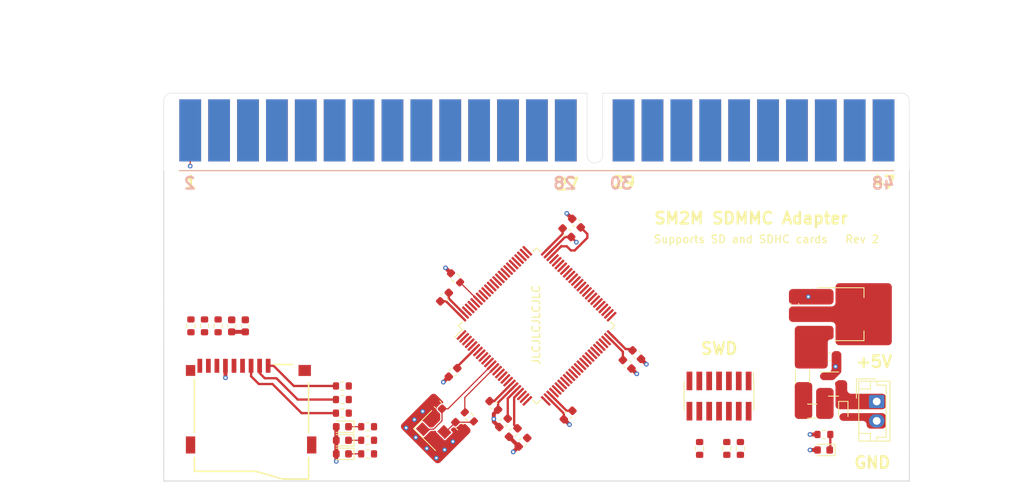
<source format=kicad_pcb>
(kicad_pcb (version 20221018) (generator pcbnew)
  (title_block (title "SM2M SDMMC Adapter") (date "2023-02-13") (rev "2") (company "Artem Korobko"))
  (layers (0 "F.Cu" signal) (1 "In1.Cu" power) (2 "In2.Cu" power) (31 "B.Cu" signal) (34 "B.Paste" user) (35 "F.Paste" user) (36 "B.SilkS" user "B.Silkscreen") (37 "F.SilkS" user "F.Silkscreen") (38 "B.Mask" user) (39 "F.Mask" user) (44 "Edge.Cuts" user))
  (net 0 "")
  (net 1 "GND")
  (net 2 "+3.3V")
  (net 3 "/MCU/RCC_OSC_IN")
  (net 4 "/MCU/RCC_OUT")
  (net 5 "/Power Connector/VBUS")
  (net 6 "/MCU/SWD.RST")
  (net 7 "Net-(D1-K)")
  (net 8 "/Power Connector/STATUS_LED")
  (net 9 "/MCU/DCO.SETE")
  (net 10 "/MCU/DI_5")
  (net 11 "/MCU/DI_7")
  (net 12 "/MCU/DI_4")
  (net 13 "/MCU/DI_6")
  (net 14 "/MCU/DI_1")
  (net 15 "/MCU/DI_3")
  (net 16 "/MCU/DCI.RSTI")
  (net 17 "/MCU/DI_2")
  (net 18 "/MCU/DI_0")
  (net 19 "/MCU/DCI.CTRLI_1")
  (net 20 "/MCU/DI_8")
  (net 21 "/MCU/DCI.DTSI")
  (net 22 "/MCU/DI_9")
  (net 23 "/MCU/DI_11")
  (net 24 "/MCU/DI_12")
  (net 25 "/MCU/DI_10")
  (net 26 "/MCU/DCI.CTRLI_0")
  (net 27 "/MCU/DI_14")
  (net 28 "/MCU/DI_15")
  (net 29 "/MCU/DI_13")
  (net 30 "/MCU/DCO.DTEO")
  (net 31 "Net-(D2-K)")
  (net 32 "Net-(D3-K)")
  (net 33 "/MCU/DCO.CTRLD")
  (net 34 "/MCU/DCO.ERRO")
  (net 37 "/MCU/DO_0")
  (net 38 "/Power Connector/VIN")
  (net 39 "/MCU/DCO.CTRLO_0")
  (net 40 "/MCU/DO_1")
  (net 42 "/MCU/DCO.CTRLO_1")
  (net 43 "/MCU/DO_2")
  (net 44 "/MCU/DO_4")
  (net 45 "/MCU/DO_3")
  (net 46 "/MCU/DO_6")
  (net 47 "/MCU/DO_5")
  (net 48 "/MCU/DO_7")
  (net 49 "/MCU/DO_9")
  (net 50 "/MCU/DO_10")
  (net 51 "/MCU/DO_8")
  (net 52 "/MCU/DO_12")
  (net 53 "/MCU/DO_13")
  (net 54 "/MCU/DO_15")
  (net 55 "/MCU/DCO.RDY")
  (net 56 "/MCU/DO_14")
  (net 57 "/MCU/DO_11")
  (net 58 "/MCU/DCI.DTLI")
  (net 59 "/MCU/DCI.DTEI")
  (net 60 "/MCU/DCO.RSTE")
  (net 61 "/MCU/SDIO.D2")
  (net 62 "/MCU/SDIO.D3")
  (net 63 "/MCU/SDIO.CMD")
  (net 64 "/MCU/RCC_OSC_OUT")
  (net 65 "/MCU/LED.ERR")
  (net 66 "/MCU/LED.WR")
  (net 67 "/MCU/LED.RD")
  (net 68 "/MCU/SDIO.CLK")
  (net 69 "/MCU/SDIO.D0")
  (net 70 "/MCU/SDIO.D1")
  (net 71 "/MCU/SDIO.DET")
  (net 74 "/MCU/SWD.DIO")
  (net 75 "/MCU/SWD.CLK")
  (net 81 "/MCU/BOOT0")
  (net 92 "/MCU/VCAP_1")
  (net 93 "/MCU/VCAP_2")
  (net 106 "/Power Connector/VINP")
  (net 107 "/Power Connector/VINF")
  (footprint "Resistor_SMD:R_0603_1608Metric" (layer "F.Cu") (at 127.25 126.5 180)
    (fp_text reference "R3")
    (fp_text value "1.5k")
  )
  (footprint "Capacitor_SMD:C_0603_1608Metric" (layer "F.Cu") (at 153.065864 121.490485 -135)
    (fp_text reference "C8")
    (fp_text value "100nF")
  )
  (footprint "Resistor_SMD:R_0603_1608Metric" (layer "F.Cu") (at 127.25 123 180)
    (fp_text reference "R1")
    (fp_text value "1.5k")
  )
  (footprint "Capacitor_SMD:C_0603_1608Metric" (layer "F.Cu") (at 161.9047 113.712309 -45)
    (fp_text reference "C12")
    (fp_text value "100nF")
  )
  (footprint "Resistor_SMD:R_0603_1608Metric" (layer "F.Cu") (at 124 121.25)
    (fp_text reference "R10")
    (fp_text value "10k")
  )
  (footprint "Diode_SMD:D_SOD-523" (layer "F.Cu") (at 188.5 121 -90)
    (fp_text reference "D4")
    (fp_text value "uClamp0501H")
  )
  (footprint "Connector_JST:JST_EH_B2B-EH-A_1x02_P2.50mm_Vertical" (layer "F.Cu") (at 192.8 119.75 -90)
    (fp_text reference "J2")
    (fp_text value "POWER")
  )
  (footprint "Resistor_SMD:R_0603_1608Metric" (layer "F.Cu") (at 108 110 90)
    (fp_text reference "R9")
    (fp_text value "10k")
  )
  (footprint "Capacitor_SMD:C_0603_1608Metric" (layer "F.Cu") (at 154.144202 96.759425 -45)
    (fp_text reference "C4")
    (fp_text value "2.2uF")
  )
  (footprint "Capacitor_SMD:C_0603_1608Metric" (layer "F.Cu") (at 111.5 110 90)
    (fp_text reference "C17")
    (fp_text value "100nF")
  )
  (footprint "LED_SMD:LED_0603_1608Metric" (layer "F.Cu") (at 185.9625 126 180)
    (fp_text reference "D5")
    (fp_text value "WHITE")
  )
  (footprint "Package_QFP:LQFP-100_14x14mm_P0.5mm" (layer "F.Cu") (at 149 110 45)
    (fp_text reference "U1")
    (fp_text value "STM32F407VET6")
  )
  (footprint "Capacitor_SMD:C_0603_1608Metric" (layer "F.Cu") (at 137.155962 106.28769 45)
    (fp_text reference "C2")
    (fp_text value "100nF")
  )
  (footprint "Resistor_SMD:R_0603_1608Metric" (layer "F.Cu") (at 124 117.75)
    (fp_text reference "R12")
    (fp_text value "10k")
  )
  (footprint "Capacitor_SMD:C_0603_1608Metric" (layer "F.Cu") (at 139.108759 122.969668 -45)
    (fp_text reference "C10")
    (fp_text value "10pF")
  )
  (footprint "Inductor_SMD:L_1206_3216Metric" (layer "F.Cu") (at 183.25 116.5 -90)
    (fp_text reference "FB1")
    (fp_text value "120R @ 100Mhz")
  )
  (footprint "Resistor_SMD:R_0603_1608Metric" (layer "F.Cu") (at 106.25 110 90)
    (fp_text reference "R8")
    (fp_text value "10k")
  )
  (footprint "Capacitor_SMD:C_0603_1608Metric" (layer "F.Cu") (at 109.75 110 90)
    (fp_text reference "C16")
    (fp_text value "10uF")
  )
  (footprint "Capacitor_SMD:C_0603_1608Metric" (layer "F.Cu") (at 186.75 114)
    (fp_text reference "C14")
    (fp_text value "22uF")
  )
  (footprint "Capacitor_SMD:C_0603_1608Metric" (layer "F.Cu") (at 146 123.75 -135)
    (fp_text reference "C5")
    (fp_text value "100nF")
  )
  (footprint "footprinnts:RPP_48G2_3T3_Male" (layer "F.Cu") (at 101 80)
    (fp_text reference "J1")
    (fp_text value "2K")
    (fp_line (start 0.007107 1.007107) (end 0.007107 10.007107) (stroke (width 0.05)) (layer "Edge.Cuts"))
    (fp_line (start 1.007107 0.007107) (end 54.507107 0.007107) (stroke (width 0.05)) (layer "Edge.Cuts"))
    (fp_line (start 54.507107 8.007107) (end 54.507107 0.007107) (stroke (width 0.05)) (layer "Edge.Cuts"))
    (fp_line (start 56.507107 0.007107) (end 56.507107 8.007107) (stroke (width 0.05)) (layer "Edge.Cuts"))
    (fp_line (start 56.507107 0.007107) (end 95.007107 0.007107) (stroke (width 0.05)) (layer "Edge.Cuts"))
    (fp_line (start 96.007107 1.007107) (end 96.007107 10.007107) (stroke (width 0.05)) (layer "Edge.Cuts"))
    (fp_arc (start 0.007107 1.007107) (mid 0.3 0.3) (end 1.007107 0.007107) (stroke (width 0.05)) (layer "Edge.Cuts"))
    (fp_arc (start 56.507107 8.007107) (mid 55.507107 9.007107) (end 54.507107 8.007107) (stroke (width 0.05)) (layer "Edge.Cuts"))
    (fp_arc (start 95.007107 0.007107) (mid 95.714207 0.300003) (end 96.007107 1.007107) (stroke (width 0.05)) (layer "Edge.Cuts"))
  )
  (footprint "Capacitor_SMD:C_0603_1608Metric" (layer "F.Cu") (at 143.5 120.25 -45)
    (fp_text reference "C7")
    (fp_text value "100nF")
  )
  (footprint "Resistor_SMD:R_0603_1608Metric" (layer "F.Cu") (at 124 119.5)
    (fp_text reference "R11")
    (fp_text value "10k")
  )
  (footprint "Capacitor_SMD:C_0603_1608Metric" (layer "F.Cu") (at 182.25 107.25 90)
    (fp_text reference "C15")
    (fp_text value "22uF")
  )
  (footprint "LED_SMD:LED_0603_1608Metric" (layer "F.Cu") (at 124 123 180)
    (fp_text reference "D1")
    (fp_text value "RED")
  )
  (footprint "Package_TO_SOT_SMD:SOT-23" (layer "F.Cu") (at 187.25 117.5)
    (fp_text reference "Q1")
    (fp_text value "AO3401A")
  )
  (footprint "Capacitor_SMD:C_0603_1608Metric" (layer "F.Cu") (at 136.280332 120.141241 135)
    (fp_text reference "C6")
    (fp_text value "10pF")
  )
  (footprint "Resistor_SMD:R_0603_1608Metric" (layer "F.Cu") (at 127.25 124.75 180)
    (fp_text reference "R2")
    (fp_text value "1.5k")
  )
  (footprint "Capacitor_SMD:C_0603_1608Metric" (layer "F.Cu") (at 152.906765 97.996862 -45)
    (fp_text reference "C9")
    (fp_text value "100nF")
  )
  (footprint "LED_SMD:LED_0603_1608Metric" (layer "F.Cu") (at 124 124.75 180)
    (fp_text reference "D2")
    (fp_text value "YELLOW")
  )
  (footprint "Crystal:Crystal_SMD_3225-4Pin_3.2x2.5mm" (layer "F.Cu") (at 135.750001 123.5 -45)
    (fp_text reference "Y1")
    (fp_text value "16Mhz")
  )
  (footprint "Resistor_SMD:R_0603_1608Metric" (layer "F.Cu") (at 186 124 180)
    (fp_text reference "R6")
    (fp_text value "1.5k")
  )
  (footprint "LED_SMD:LED_0603_1608Metric" (layer "F.Cu") (at 124 126.5 180)
    (fp_text reference "D3")
    (fp_text value "GREEN")
  )
  (footprint "Capacitor_SMD:C_0603_1608Metric" (layer "F.Cu") (at 138.25 116 -135)
    (fp_text reference "C13")
    (fp_text value "100nF")
  )
  (footprint "Capacitor_SMD:C_0603_1608Metric" (layer "F.Cu") (at 147.25 125 -135)
    (fp_text reference "C1")
    (fp_text value "10uF")
  )
  (footprint "Resistor_SMD:R_0603_1608Metric" (layer "F.Cu") (at 104.5 110 90)
    (fp_text reference "R7")
    (fp_text value "10k")
  )
  (footprint "footprinnts:Micro_SD_Card_Det1" (layer "F.Cu") (at 112.25 125.75)
    (fp_text reference "J3")
    (fp_text value "Micro SD Card")
  )
  (footprint "Capacitor_SMD:C_0603_1608Metric" (layer "F.Cu") (at 144.75 122.5 -135)
    (fp_text reference "C11")
    (fp_text value "100nF")
  )
  (footprint "Capacitor_SMD:C_0603_1608Metric" (layer "F.Cu") (at 160.667263 114.949747 135)
    (fp_text reference "C3")
    (fp_text value "2.2uF")
  )
  (footprint "Resistor_SMD:R_0603_1608Metric" (layer "F.Cu") (at 173.5 125.8 -90)
    (fp_text reference "R13")
    (fp_text value "10k")
  )
  (footprint "Resistor_SMD:R_0603_1608Metric" (layer "F.Cu") (at 140.346195 121.732233 -45)
    (fp_text reference "R5")
    (fp_text value "22R")
  )
  (footprint "Package_TO_SOT_SMD:SOT-223-3_TabPin2" (layer "F.Cu") (at 189.25 108.5)
    (fp_text reference "U2")
    (fp_text value "AMS1117-3.3")
  )
  (footprint "Resistor_SMD:R_0603_1608Metric" (layer "F.Cu") (at 175.25 125.8 90)
    (fp_text reference "R15")
    (fp_text value "10k")
  )
  (footprint "Resistor_SMD:R_0603_1608Metric" (layer "F.Cu") (at 138.570176 103.812815 -45)
    (fp_text reference "R4")
    (fp_text value "10k")
  )
  (footprint "Resistor_SMD:R_0603_1608Metric" (layer "F.Cu") (at 170 125.8 90)
    (fp_text reference "R14")
    (fp_text value "10k")
  )
  (footprint "Fuse:Fuse_1206_3216Metric" (layer "F.Cu") (at 184.5 121 180)
    (fp_text reference "F1")
    (fp_text value "100mA")
  )
  (footprint "Connector_PinHeader_1.27mm:PinHeader_2x07_P1.27mm_Vertical_SMD" (layer "F.Cu") (at 172.5 119.05 -90)
    (fp_text reference "J4")
    (fp_text value "SWD")
  )
  (gr_line (start 103 90) (end 195 90) (stroke (width 0.15)) (layer "B.SilkS"))
  (gr_line (start 103 90) (end 195 90) (stroke (width 0.15)) (layer "F.SilkS"))
  (gr_line (start 101.007107 90.007107) (end 101 130) (stroke (width 0.1)) (layer "Edge.Cuts"))
  (gr_line (start 101 130) (end 197 130) (stroke (width 0.1)) (layer "Edge.Cuts"))
  (gr_line (start 197 130) (end 197.007107 90.007107) (stroke (width 0.1)) (layer "Edge.Cuts"))
  (gr_text "28" (at 154.25 92.5) (layer "B.SilkS") (effects (font (size 1.5 1.5) (thickness 0.3) bold) (justify left bottom mirror)))
  (gr_text "48" (at 195.25 92.5) (layer "B.SilkS") (effects (font (size 1.5 1.5) (thickness 0.3) bold) (justify left bottom mirror)))
  (gr_text "2" (at 105.25 92.5) (layer "B.SilkS") (effects (font (size 1.5 1.5) (thickness 0.3) bold) (justify left bottom mirror)))
  (gr_text "30" (at 161.5 92.5) (layer "B.SilkS") (effects (font (size 1.5 1.5) (thickness 0.3) bold) (justify left bottom mirror)))
  (gr_text "SM2M SDMMC Adapter" (at 164 97) (layer "F.SilkS") (effects (font (size 1.5 1.5) (thickness 0.3) bold) (justify left bottom)))
  (gr_text "29" (at 160.25 91.5) (layer "F.SilkS") (effects (font (size 1.5 1.5) (thickness 0.3) bold)))
  (gr_text "JLCJLCJLCJLC" (at 149.53033 115.126524 90) (layer "F.SilkS") (effects (font (size 1 1)) (justify left bottom)))
  (gr_text "GND" (at 189.75 128.5) (layer "F.SilkS") (effects (font (size 1.5 1.5) (thickness 0.3) bold) (justify left bottom)))
  (gr_text "27" (at 153 91.75) (layer "F.SilkS") (effects (font (size 1.5 1.5) (thickness 0.3) bold)))
  (gr_text "1" (at 104.5 91.5) (layer "F.SilkS") (effects (font (size 1.5 1.5) (thickness 0.3) bold)))
  (gr_text "SWD" (at 170 113.8) (layer "F.SilkS") (effects (font (size 1.5 1.5) (thickness 0.3) bold) (justify left bottom)))
  (gr_text "Supports SD and SDHC cards   Rev 2" (at 164 98.25) (layer "F.SilkS") (effects (font (size 1 1)) (justify left top)))
  (gr_text "+5V" (at 190 115.5) (layer "F.SilkS") (effects (font (size 1.5 1.5) (thickness 0.3) bold) (justify left bottom)))
  (gr_text "47" (at 193.75 91.5) (layer "F.SilkS") (effects (font (size 1.5 1.5) (thickness 0.3) bold)))
  (segment (start 143.500001 122.346014) (end 144.201992 123.048008) (width 0.5) (layer "F.Cu") (net 1))
  (segment (start 153.242641 122.727922) (end 152.553212 122.038493) (width 0.5) (layer "F.Cu") (net 1))
  (segment (start 153.596194 96.211417) (end 152.889087 95.504311) (width 0.5) (layer "F.Cu") (net 1))
  (segment (start 150.53796 119.31613) (end 152.517859 121.296029) (width 0.3) (layer "F.Cu") (net 1))
  (segment (start 161.215271 115.497752) (end 161.9047 116.187184) (width 0.5) (layer "F.Cu") (net 1))
  (segment (start 152.517859 121.296029) (end 152.517858 122.038493) (width 0.3) (layer "F.Cu") (net 1))
  (segment (start 144.048008 119.901739) (end 144.048008 120.798008) (width 0.3) (layer "F.Cu") (net 1))
  (segment (start 146.047829 117.901918) (end 144.048008 119.901739) (width 0.3) (layer "F.Cu") (net 1))
  (segment (start 185.650001 106) (end 185.85 106.2) (width 0.5) (layer "F.Cu") (net 1))
  (segment (start 145.451992 124.298008) (end 146.701992 125.548008) (width 0.5) (layer "F.Cu") (net 1))
  (segment (start 139.683871 108.462041) (end 137.703972 106.482142) (width 0.3) (layer "F.Cu") (net 1))
  (segment (start 152.553212 122.038493) (end 152.517858 122.038493) (width 0.5) (layer "F.Cu") (net 1))
  (segment (start 143.500001 121.346016) (end 144.048008 120.798008) (width 0.5) (layer "F.Cu") (net 1))
  (segment (start 185.175 124) (end 184.2125 124) (width 0.5) (layer "F.Cu") (net 1))
  (segment (start 150.537957 100.683868) (end 152.676955 98.54487) (width 0.3) (layer "F.Cu") (net 1))
  (segment (start 152.676955 98.54487) (end 153.454773 98.54487) (width 0.3) (layer "F.Cu") (net 1))
  (segment (start 137.701991 116.548007) (end 137 117.25) (width 0.5) (layer "F.Cu") (net 1))
  (segment (start 143.5 121.999999) (end 143.500001 122.346014) (width 0.5) (layer "F.Cu") (net 1))
  (segment (start 143.5 121.999999) (end 143.500001 121.346016) (width 0.5) (layer "F.Cu") (net 1))
  (segment (start 137.986813 103.229452) (end 137.28006 102.522699) (width 0.5) (layer "F.Cu") (net 1))
  (segment (start 137.703972 106.482142) (end 137.703972 105.739683) (width 0.3) (layer "F.Cu") (net 1))
  (segment (start 146.701992 125.548008) (end 146 126.25) (width 0.5) (layer "F.Cu") (net 1))
  (segment (start 162.452707 114.260318) (end 163.142137 114.949747) (width 0.5) (layer "F.Cu") (net 1))
  (segment (start 108.945 116.695) (end 108.945 115.15) (width 0.5) (layer "F.Cu") (net 1))
  (segment (start 153.454773 98.54487) (end 154.126524 99.216621) (width 0.3) (layer "F.Cu") (net 1))
  (via (at 184.2125 124) (size 0.6) (drill 0.3) (layers "F.Cu" "B.Cu") (net 1))
  (via (at 138.224874 124.914211) (size 0.6) (drill 0.3) (layers "F.Cu" "B.Cu") (net 1))
  (via (at 134.335787 121.025126) (size 0.6) (drill 0.3) (layers "F.Cu" "B.Cu") (net 1))
  (via (at 108.945 116.695) (size 0.6) (drill 0.3) (layers "F.Cu" "B.Cu") (net 1))
  (via (at 152.889087 95.504311) (size 0.6) (drill 0.3) (layers "F.Cu" "B.Cu") (net 1))
  (via (at 184 106.25) (size 0.6) (drill 0.3) (layers "F.Cu" "B.Cu") (net 1))
  (via (at 133.275127 122.085786) (size 0.6) (drill 0.3) (layers "F.Cu" "B.Cu") (net 1))
  (via (at 137 117.25) (size 0.6) (drill 0.3) (layers "F.Cu" "B.Cu") (net 1))
  (via (at 154.126524 99.216621) (size 0.6) (drill 0.3) (layers "F.Cu" "B.Cu") (net 1))
  (via (at 146 126.25) (size 0.6) (drill 0.3) (layers "F.Cu" "B.Cu") (net 1))
  (via (at 187.5 115.25) (size 0.6) (drill 0.3) (layers "F.Cu" "B.Cu") (net 1))
  (via (at 163.142137 114.949747) (size 0.6) (drill 0.3) (layers "F.Cu" "B.Cu") (net 1))
  (via (at 133.451904 124.383881) (size 0.6) (drill 0.3) (layers "F.Cu" "B.Cu") (net 1))
  (via (at 132.214467 123.146444) (size 0.6) (drill 0.3) (layers "F.Cu" "B.Cu") (net 1))
  (via (at 137.164214 125.974872) (size 0.6) (drill 0.3) (layers "F.Cu" "B.Cu") (net 1))
  (via (at 161.9047 116.187184) (size 0.6) (drill 0.3) (layers "F.Cu" "B.Cu") (net 1))
  (via (at 153.242641 122.727922) (size 0.6) (drill 0.3) (layers "F.Cu" "B.Cu") (net 1))
  (via (at 137.28006 102.522699) (size 0.6) (drill 0.3) (layers "F.Cu" "B.Cu") (net 1))
  (via (at 143.5 121.999999) (size 0.6) (drill 0.3) (layers "F.Cu" "B.Cu") (net 1))
  (via (at 136.103554 127.035532) (size 0.6) (drill 0.3) (layers "F.Cu" "B.Cu") (net 1))
  (via (at 134.866117 125.798097) (size 0.6) (drill 0.3) (layers "F.Cu" "B.Cu") (net 1))
  (segment (start 141.098083 112.952169) (end 138.798009 115.252244) (width 0.3) (layer "F.Cu") (net 2))
  (segment (start 150.891512 118.962578) (end 152.871411 120.942477) (width 0.3) (layer "F.Cu") (net 2))
  (segment (start 158.669688 111.184402) (end 160.481648 112.996365) (width 0.3) (layer "F.Cu") (net 2))
  (segment (start 111.5 110.775) (end 109.75 110.775) (width 0.5) (layer "F.Cu") (net 2))
  (segment (start 150.184404 100.330314) (end 152.358757 98.155961) (width 0.3) (layer "F.Cu") (net 2))
  (segment (start 185.175 126) (end 184.2125 126) (width 0.5) (layer "F.Cu") (net 2))
  (segment (start 152.358757 98.155961) (end 152.358757 97.448854) (width 0.3) (layer "F.Cu") (net 2))
  (segment (start 123.2125 123) (end 123.2125 124.75) (width 0.5) (layer "F.Cu") (net 2))
  (segment (start 123.2125 124.75) (end 123.2125 126.5) (width 0.5) (layer "F.Cu") (net 2))
  (segment (start 152.871411 120.942477) (end 153.613873 120.942477) (width 0.3) (layer "F.Cu") (net 2))
  (segment (start 161.188753 112.996365) (end 161.356691 113.164301) (width 0.3) (layer "F.Cu") (net 2))
  (segment (start 139.330315 108.815596) (end 137.350416 106.835697) (width 0.3) (layer "F.Cu") (net 2))
  (segment (start 145.694276 117.548363) (end 143.540648 119.70199) (width 0.3) (layer "F.Cu") (net 2))
  (segment (start 146.548008 123.20199) (end 146.117805 122.771787) (width 0.3) (layer "F.Cu") (net 2))
  (segment (start 145.298008 121.95199) (end 145.298008 119.358847) (width 0.3) (layer "F.Cu") (net 2))
  (segment (start 123.2125 127.4625) (end 123.2125 126.5) (width 0.5) (layer "F.Cu") (net 2))
  (segment (start 143.540648 119.70199) (end 142.951992 119.701992) (width 0.3) (layer "F.Cu") (net 2))
  (segment (start 137.350416 106.835697) (end 136.607955 106.835694) (width 0.3) (layer "F.Cu") (net 2))
  (segment (start 146.117805 122.771787) (end 146.117805 119.246154) (width 0.3) (layer "F.Cu") (net 2))
  (segment (start 145.298008 119.358847) (end 146.401384 118.255473) (width 0.3) (layer "F.Cu") (net 2))
  (segment (start 146.117805 119.246154) (end 146.754936 118.609025) (width 0.3) (layer "F.Cu") (net 2))
  (segment (start 138.798009 115.252244) (end 138.798009 115.451991) (width 0.3) (layer "F.Cu") (net 2))
  (segment (start 160.481648 112.996365) (end 161.188753 112.996365) (width 0.3) (layer "F.Cu") (net 2))
  (via (at 123.2125 127.4625) (size 0.6) (drill 0.3) (layers "F.Cu" "B.Cu") (net 2))
  (via (at 184.2125 126) (size 0.6) (drill 0.3) (layers "F.Cu" "B.Cu") (net 2))
  (segment (start 143.219402 115.073491) (end 137.603646 120.689248) (width 0.15) (layer "F.Cu") (net 3))
  (segment (start 136.828339 120.689248) (end 136.828339 122.244883) (width 0.15) (layer "F.Cu") (net 3))
  (segment (start 136.828339 122.244883) (end 135.750001 123.323221) (width 0.15) (layer "F.Cu") (net 3))
  (segment (start 134.441853 123.393932) (end 134.371142 123.323224) (width 0.3) (layer "F.Cu") (net 3))
  (segment (start 135.750001 123.323221) (end 134.371142 123.323224) (width 0.15) (layer "F.Cu") (net 3))
  (segment (start 137.603646 120.689248) (end 136.828339 120.689248) (width 0.15) (layer "F.Cu") (net 3))
  (segment (start 137.305636 123.676775) (end 137.128859 123.676775) (width 0.15) (layer "F.Cu") (net 4))
  (segment (start 140.823492 122.421662) (end 138.56075 122.421662) (width 0.15) (layer "F.Cu") (net 4))
  (segment (start 138.56075 122.421662) (end 137.305636 123.676775) (width 0.15) (layer "F.Cu") (net 4))
  (segment (start 140.929558 122.315596) (end 140.823492 122.421662) (width 0.15) (layer "F.Cu") (net 4))
  (segment (start 124.7875 123) (end 126.425 123) (width 0.15) (layer "F.Cu") (net 7))
  (segment (start 186.825 124) (end 186.825 125.925) (width 0.3) (layer "F.Cu") (net 8))
  (segment (start 186.825 125.925) (end 186.75 126) (width 0.15) (layer "F.Cu") (net 8))
  (segment (start 104.25 84.964214) (end 104.407107 84.807107) (width 0.15) (layer "F.Cu") (net 9))
  (segment (start 104.407107 89.407107) (end 104.407107 84.807107) (width 0.15) (layer "F.Cu") (net 9))
  (via (at 104.407107 89.407107) (size 0.6) (drill 0.3) (layers "F.Cu" "B.Cu") (net 9))
  (segment (start 108.127107 84.807107) (end 107.5 85.434214) (width 0.15) (layer "F.Cu") (net 10))
  (segment (start 126.425 124.75) (end 124.7875 124.75) (width 0.15) (layer "F.Cu") (net 31))
  (segment (start 124.7875 126.5) (end 126.425 126.5) (width 0.15) (layer "F.Cu") (net 32))
  (segment (start 114.445 115.15) (end 115.15 115.15) (width 0.3) (layer "F.Cu") (net 61))
  (segment (start 115.15 115.15) (end 117.75 117.75) (width 0.3) (layer "F.Cu") (net 61))
  (segment (start 117.75 117.75) (end 123.175 117.75) (width 0.3) (layer "F.Cu") (net 61))
  (segment (start 114 116.75) (end 115.5 116.75) (width 0.3) (layer "F.Cu") (net 62))
  (segment (start 118.25 119.5) (end 123.175 119.5) (width 0.3) (layer "F.Cu") (net 62))
  (segment (start 113.345 116.095) (end 114 116.75) (width 0.3) (layer "F.Cu") (net 62))
  (segment (start 115.5 116.75) (end 118.25 119.5) (width 0.3) (layer "F.Cu") (net 62))
  (segment (start 113.345 115.15) (end 113.345 116.095) (width 0.3) (layer "F.Cu") (net 62))
  (segment (start 112.245 116.495) (end 113.25 117.5) (width 0.3) (layer "F.Cu") (net 63))
  (segment (start 113.25 117.5) (end 115 117.5) (width 0.3) (layer "F.Cu") (net 63))
  (segment (start 118.75 121.25) (end 123.175 121.25) (width 0.3) (layer "F.Cu") (net 63))
  (segment (start 115 117.5) (end 118.75 121.25) (width 0.3) (layer "F.Cu") (net 63))
  (segment (start 112.245 115.15) (end 112.245 116.495) (width 0.3) (layer "F.Cu") (net 63))
  (segment (start 139.762832 119.237169) (end 139.762832 121.148868) (width 0.15) (layer "F.Cu") (net 64))
  (segment (start 143.572956 115.427045) (end 139.762832 119.237169) (width 0.15) (layer "F.Cu") (net 64))
  (segment (start 139.153538 104.396177) (end 141.451635 106.694274) (width 0.15) (layer "F.Cu") (net 81))
  (segment (start 158.316133 111.537958) (end 160.119253 113.341078) (width 0.3) (layer "F.Cu") (net 92))
  (segment (start 160.119253 113.341078) (end 160.119254 114.401738) (width 0.3) (layer "F.Cu") (net 92))
  (segment (start 152.889087 99.746951) (end 153.419417 100.277281) (width 0.3) (layer "F.Cu") (net 93))
  (segment (start 153.914392 100.277281) (end 155.540738 98.650936) (width 0.3) (layer "F.Cu") (net 93))
  (segment (start 152.199658 99.729274) (end 152.217336 99.746951) (width 0.3) (layer "F.Cu") (net 93))
  (segment (start 155.540738 98.155961) (end 154.69221 97.307433) (width 0.3) (layer "F.Cu") (net 93))
  (segment (start 155.540738 98.650936) (end 155.540738 98.155961) (width 0.3) (layer "F.Cu") (net 93))
  (segment (start 152.217336 99.746951) (end 152.889087 99.746951) (width 0.3) (layer "F.Cu") (net 93))
  (segment (start 153.419417 100.277281) (end 153.914392 100.277281) (width 0.3) (layer "F.Cu") (net 93))
  (segment (start 150.891511 101.037421) (end 152.199658 99.729274) (width 0.3) (layer "F.Cu") (net 93))
  (zone (net 107) (net_name "/Power Connector/VINF") (layer "F.Cu") (priority 6) (connect_pads yes (clearance 0)) (min_thickness 0.25) (fill yes (thermal_gap 0.5) (thermal_bridge_width 0.5) (smoothing fillet) (radius 0.5))
    (polygon (pts (xy 182.25 117.25) (xy 184.5 117.25) (xy 184.5 122) (xy 182.25 122)))
  )
  (zone (net 38) (net_name "/Power Connector/VIN") (layer "F.Cu") (priority 2) (connect_pads yes (clearance 0)) (min_thickness 0.25) (fill yes (thermal_gap 0.5) (thermal_bridge_width 0.5) (smoothing fillet) (radius 0.5))
    (polygon (pts (xy 187.5 120.75) (xy 194 120.75) (xy 194 118.75) (xy 189 118.75) (xy 189 117) (xy 187.5 117)))
  )
  (zone (net 106) (net_name "/Power Connector/VINP") (layer "F.Cu") (priority 1) (connect_pads yes (clearance 0)) (min_thickness 0.25) (fill yes (thermal_gap 0.5) (thermal_bridge_width 0.5) (smoothing fillet) (radius 0.5))
    (polygon (pts (xy 185 122) (xy 187.25 122) (xy 187.25 118) (xy 185 118)))
  )
  (zone (net 1) (net_name "GND") (layer "F.Cu") (priority 2) (connect_pads yes (clearance 0)) (min_thickness 0.25) (fill yes (thermal_gap 0.5) (thermal_bridge_width 0.5) (smoothing fillet) (radius 0.5))
    (polygon (pts (xy 140.699748 123.5) (xy 136.280331 127.919415) (xy 131.330583 122.969668) (xy 135.750001 118.55025)))
  )
  (zone (net 1) (net_name "GND") (layer "F.Cu") (priority 1) (connect_pads yes (clearance 0)) (min_thickness 0.25) (fill yes (thermal_gap 0.5) (thermal_bridge_width 0.5) (smoothing fillet) (radius 0.5))
    (polygon (pts (xy 188 121.25) (xy 188 122.25) (xy 191.5 122.25) (xy 191.5 123.25) (xy 194 123.25) (xy 194 121.25)))
  )
  (zone (net 5) (net_name "/Power Connector/VBUS") (layer "F.Cu") (priority 4) (connect_pads yes (clearance 0)) (min_thickness 0.25) (fill yes (thermal_gap 0.5) (thermal_bridge_width 0.5) (smoothing fillet) (radius 0.5))
    (polygon (pts (xy 182.25 115.5) (xy 186.5 115.5) (xy 186.5 111.75) (xy 187.25 111.75) (xy 187.25 110) (xy 182.25 110)))
  )
  (zone (net 1) (net_name "GND") (layer "F.Cu") (priority 5) (connect_pads yes (clearance 0)) (min_thickness 0.25) (fill yes (thermal_gap 0.5) (thermal_bridge_width 0.5) (smoothing fillet) (radius 0.5))
    (polygon (pts (xy 181.5 107.25) (xy 181.5 105.25) (xy 187.25 105.25) (xy 187.25 107.25)))
  )
  (zone (net 1) (net_name "GND") (layer "F.Cu") (priority 3) (connect_pads yes (clearance 0)) (min_thickness 0.25) (fill yes (thermal_gap 0.5) (thermal_bridge_width 0.5) (smoothing fillet) (radius 0.5))
    (polygon (pts (xy 185.5 117) (xy 185.5 116) (xy 187 116) (xy 187 113.25) (xy 188.25 113.25) (xy 188.25 116) (xy 187.25 117)))
  )
  (zone (net 2) (net_name "+3.3V") (layer "F.Cu") (priority 9) (connect_pads yes (clearance 0)) (min_thickness 0.25) (fill yes (thermal_gap 0.5) (thermal_bridge_width 0.5) (smoothing fillet) (radius 0.5))
    (polygon (pts (xy 194.75 104.5) (xy 194.75 112.500001) (xy 187.5 112.5) (xy 187.5 109.500001) (xy 181.5 109.5) (xy 181.5 107.500001) (xy 187.5 107.5) (xy 187.5 104.5)))
  )
)
</source>
